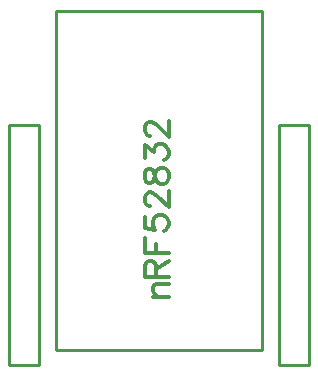
<source format=gbr>
G04 DipTrace 3.1.0.1*
G04 TopSilk.gbr*
%MOIN*%
G04 #@! TF.FileFunction,Legend,Top*
G04 #@! TF.Part,Single*
%ADD10C,0.009843*%
%ADD40C,0.012351*%
%FSLAX26Y26*%
G04*
G70*
G90*
G75*
G01*
G04 TopSilk*
%LPD*%
X1393648Y1193659D2*
D10*
Y393659D1*
X1293648Y1193659D2*
X1393648D1*
X1293648D2*
Y393659D1*
X1393648D1*
X549180Y1573580D2*
X1238117D1*
Y443697D1*
X549180D1*
Y1573580D1*
X393648Y393659D2*
Y1193659D1*
X493648Y393659D2*
X393648D1*
X493648D2*
Y1193659D1*
X393648D1*
X871951Y620080D2*
D40*
X925540D1*
X887249D2*
X875753Y631576D1*
X871951Y639270D1*
Y650677D1*
X875753Y658371D1*
X887250Y662173D1*
X925540D1*
X883447Y686876D2*
Y721276D1*
X879556Y732772D1*
X875753Y736663D1*
X868148Y740465D1*
X860455D1*
X852850Y736663D1*
X848959Y732772D1*
X845156Y721276D1*
Y686876D1*
X925540D1*
X883447Y713671D2*
X925540Y740465D1*
X845156Y814955D2*
Y765168D1*
X925540D1*
X883447D2*
Y795765D1*
X845245Y885554D2*
Y847351D1*
X879644Y843549D1*
X875842Y847351D1*
X871951Y858847D1*
Y870255D1*
X875842Y881751D1*
X883447Y889445D1*
X894943Y893247D1*
X902548D1*
X914044Y889445D1*
X921738Y881751D1*
X925540Y870255D1*
Y858847D1*
X921738Y847351D1*
X917847Y843549D1*
X910242Y839658D1*
X864346Y921841D2*
X860543D1*
X852850Y925643D1*
X849047Y929446D1*
X845245Y937139D1*
Y952438D1*
X849047Y960043D1*
X852850Y963846D1*
X860543Y967737D1*
X868148D1*
X875842Y963846D1*
X887250Y956241D1*
X925540Y917950D1*
Y971539D1*
X845245Y1015343D2*
X849047Y1003936D1*
X856652Y1000045D1*
X864346D1*
X871951Y1003936D1*
X875842Y1011541D1*
X879644Y1026839D1*
X883447Y1038335D1*
X891140Y1045940D1*
X898746Y1049743D1*
X910242D1*
X917847Y1045940D1*
X921738Y1042138D1*
X925540Y1030642D1*
Y1015343D1*
X921738Y1003936D1*
X917847Y1000045D1*
X910242Y996242D1*
X898746D1*
X891140Y1000045D1*
X883447Y1007738D1*
X879644Y1019146D1*
X875842Y1034444D1*
X871951Y1042138D1*
X864346Y1045940D1*
X856652D1*
X849047Y1042138D1*
X845245Y1030642D1*
Y1015343D1*
Y1082139D2*
Y1124144D1*
X875842Y1101240D1*
Y1112736D1*
X879644Y1120342D1*
X883447Y1124144D1*
X894943Y1128035D1*
X902548D1*
X914044Y1124144D1*
X921738Y1116539D1*
X925540Y1105043D1*
Y1093547D1*
X921738Y1082139D1*
X917847Y1078337D1*
X910242Y1074446D1*
X864346Y1156629D2*
X860543D1*
X852850Y1160431D1*
X849047Y1164234D1*
X845245Y1171927D1*
Y1187226D1*
X849047Y1194831D1*
X852850Y1198634D1*
X860543Y1202525D1*
X868148D1*
X875842Y1198634D1*
X887250Y1191029D1*
X925540Y1152738D1*
Y1206327D1*
M02*

</source>
